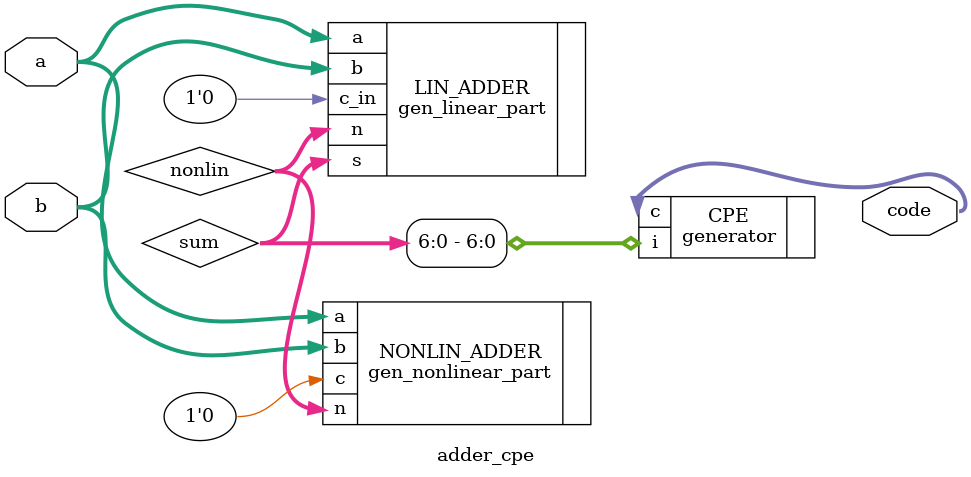
<source format=v>
module adder_cpe(a,b,code);

parameter NBIT = 7;
parameter NCODE = 15;
parameter NNL=2**(NBIT+2)-NBIT-4; //Number of bits of the non-linear outputs

input [NBIT-1:0] a,b; //Adder inputs
output [NCODE-1:0] code; //CPE codeword output

wire [NBIT:0] sum; //Adder output, CPE input
wire [NNL-1:0] nonlin; // non-linear outputs

gen_nonlinear_part
NONLIN_ADDER (
        .a(a),
        .b(b),
        .c(1'b0),
        .n(nonlin)
);

gen_linear_part
LIN_ADDER (
        .a(a),
        .b(b),
        .c_in(1'b0),
        .n(nonlin),
        .s(sum) 
);

generator
CPE (
        .i(sum[NBIT-1:0]),//don't need the carry out
        .c(code)
);

endmodule

</source>
